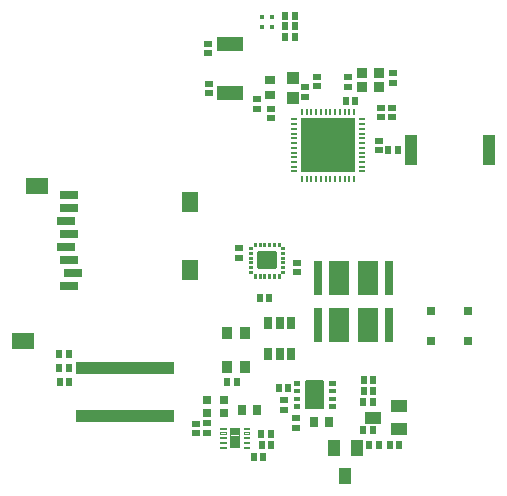
<source format=gtp>
G75*
%MOIN*%
%OFA0B0*%
%FSLAX25Y25*%
%IPPOS*%
%LPD*%
%AMOC8*
5,1,8,0,0,1.08239X$1,22.5*
%
%ADD10R,0.06693X0.11811*%
%ADD11R,0.03150X0.11811*%
%ADD12R,0.02717X0.03898*%
%ADD13R,0.02756X0.01969*%
%ADD14R,0.03543X0.02756*%
%ADD15R,0.01969X0.02756*%
%ADD16R,0.01969X0.00787*%
%ADD17R,0.00787X0.01969*%
%ADD18R,0.18110X0.18110*%
%ADD19R,0.02756X0.03543*%
%ADD20R,0.03150X0.03150*%
%ADD21C,0.00394*%
%ADD22C,0.00354*%
%ADD23C,0.00630*%
%ADD24C,0.00118*%
%ADD25R,0.03543X0.03937*%
%ADD26R,0.04000X0.10000*%
%ADD27R,0.05512X0.03937*%
%ADD28R,0.03937X0.05512*%
%ADD29R,0.01772X0.01772*%
%ADD30R,0.03740X0.03346*%
%ADD31R,0.04331X0.03937*%
%ADD32R,0.02600X0.02500*%
%ADD33C,0.00157*%
%ADD34C,0.01213*%
%ADD35R,0.08661X0.05118*%
%ADD36R,0.05906X0.03150*%
%ADD37R,0.07480X0.05512*%
%ADD38R,0.05512X0.07087*%
%ADD39R,0.33071X0.03937*%
D10*
X0123841Y0083974D03*
X0123841Y0068226D03*
X0113959Y0068226D03*
X0113959Y0083974D03*
D11*
X0130731Y0083974D03*
X0130731Y0068226D03*
X0107069Y0068226D03*
X0107069Y0083974D03*
D12*
X0098040Y0069018D03*
X0094300Y0069018D03*
X0090560Y0069018D03*
X0090560Y0058782D03*
X0094300Y0058782D03*
X0098040Y0058782D03*
D13*
X0127500Y0129775D03*
X0127500Y0126625D03*
X0128200Y0140675D03*
X0128200Y0137525D03*
X0131800Y0140675D03*
X0131800Y0137525D03*
X0132200Y0149125D03*
X0132200Y0152275D03*
X0117100Y0150875D03*
X0117100Y0147725D03*
X0102900Y0147575D03*
X0102900Y0144425D03*
X0091500Y0140475D03*
X0091500Y0137325D03*
X0086722Y0140437D03*
X0086722Y0143587D03*
X0099900Y0034125D03*
X0099900Y0037275D03*
X0080700Y0090825D03*
X0080700Y0093975D03*
X0100000Y0089175D03*
X0100000Y0086025D03*
X0095800Y0040125D03*
X0095800Y0043275D03*
X0070000Y0035575D03*
X0070000Y0032425D03*
X0066300Y0035475D03*
X0066300Y0032325D03*
X0106600Y0151075D03*
X0106600Y0147925D03*
X0070400Y0158925D03*
X0070400Y0162075D03*
X0070900Y0148675D03*
X0070900Y0145525D03*
D14*
X0091200Y0150159D03*
X0091200Y0145041D03*
D15*
X0116325Y0142900D03*
X0119475Y0142900D03*
X0088775Y0024400D03*
X0085625Y0024400D03*
X0094025Y0047300D03*
X0097175Y0047300D03*
X0079975Y0049300D03*
X0076825Y0049300D03*
X0125467Y0050115D03*
X0122318Y0050115D03*
X0087625Y0077400D03*
X0090775Y0077400D03*
X0125475Y0046500D03*
X0122325Y0046500D03*
X0130925Y0028200D03*
X0134075Y0028200D03*
X0124225Y0028200D03*
X0127375Y0028200D03*
X0125375Y0033200D03*
X0122225Y0033200D03*
X0125375Y0042600D03*
X0122225Y0042600D03*
X0091475Y0028200D03*
X0088325Y0028200D03*
X0091375Y0031900D03*
X0088225Y0031900D03*
X0099275Y0171400D03*
X0096125Y0171400D03*
X0099275Y0164500D03*
X0096125Y0164500D03*
X0099275Y0167900D03*
X0096125Y0167900D03*
X0130525Y0126600D03*
X0133675Y0126600D03*
X0020825Y0054100D03*
X0023975Y0054100D03*
X0023975Y0058800D03*
X0020825Y0058800D03*
X0024075Y0049500D03*
X0020925Y0049500D03*
D16*
X0099180Y0136861D03*
X0099180Y0135287D03*
X0099180Y0133712D03*
X0099180Y0132137D03*
X0099180Y0130562D03*
X0099180Y0128987D03*
X0099180Y0127413D03*
X0099180Y0125838D03*
X0099180Y0124263D03*
X0099180Y0122688D03*
X0099180Y0121113D03*
X0099180Y0119539D03*
X0121620Y0119539D03*
X0121620Y0121113D03*
X0121620Y0122688D03*
X0121620Y0124263D03*
X0121620Y0125838D03*
X0121620Y0127413D03*
X0121620Y0128987D03*
X0121620Y0130562D03*
X0121620Y0132137D03*
X0121620Y0133712D03*
X0121620Y0135287D03*
X0121620Y0136861D03*
D17*
X0101739Y0116980D03*
X0103313Y0116980D03*
X0104888Y0116980D03*
X0106463Y0116980D03*
X0108038Y0116980D03*
X0109613Y0116980D03*
X0111187Y0116980D03*
X0112762Y0116980D03*
X0114337Y0116980D03*
X0115912Y0116980D03*
X0117487Y0116980D03*
X0119061Y0116980D03*
X0119061Y0139420D03*
X0117487Y0139420D03*
X0115912Y0139420D03*
X0114337Y0139420D03*
X0112762Y0139420D03*
X0111187Y0139420D03*
X0109613Y0139420D03*
X0108038Y0139420D03*
X0106463Y0139420D03*
X0104888Y0139420D03*
X0103313Y0139420D03*
X0101739Y0139420D03*
D18*
X0110400Y0128200D03*
D19*
X0081641Y0040100D03*
X0086759Y0040100D03*
X0105741Y0036100D03*
X0110859Y0036100D03*
D20*
X0069947Y0039100D03*
X0075853Y0039100D03*
X0069947Y0043500D03*
X0075853Y0043500D03*
D21*
X0076347Y0033754D02*
X0074379Y0033754D01*
X0074379Y0034146D01*
X0076347Y0034146D01*
X0076347Y0033754D01*
X0076347Y0032179D02*
X0074379Y0032179D01*
X0074379Y0032571D01*
X0076347Y0032571D01*
X0076347Y0032179D01*
X0076347Y0030604D02*
X0074379Y0030604D01*
X0074379Y0030996D01*
X0076347Y0030996D01*
X0076347Y0030604D01*
X0076347Y0029029D02*
X0074379Y0029029D01*
X0074379Y0029421D01*
X0076347Y0029421D01*
X0076347Y0029029D01*
X0076347Y0027454D02*
X0074379Y0027454D01*
X0074379Y0027846D01*
X0076347Y0027846D01*
X0076347Y0027454D01*
X0084221Y0027454D02*
X0082253Y0027454D01*
X0082253Y0027846D01*
X0084221Y0027846D01*
X0084221Y0027454D01*
X0084221Y0029029D02*
X0082253Y0029029D01*
X0082253Y0029421D01*
X0084221Y0029421D01*
X0084221Y0029029D01*
X0084221Y0030604D02*
X0082253Y0030604D01*
X0082253Y0030996D01*
X0084221Y0030996D01*
X0084221Y0030604D01*
X0084221Y0032179D02*
X0082253Y0032179D01*
X0082253Y0032571D01*
X0084221Y0032571D01*
X0084221Y0032179D01*
X0084221Y0033754D02*
X0082253Y0033754D01*
X0082253Y0034146D01*
X0084221Y0034146D01*
X0084221Y0033754D01*
D22*
X0080894Y0033969D02*
X0080894Y0027631D01*
X0077706Y0027631D01*
X0077706Y0033969D01*
X0080894Y0033969D01*
X0080894Y0027984D02*
X0077706Y0027984D01*
X0077706Y0028337D02*
X0080894Y0028337D01*
X0080894Y0028690D02*
X0077706Y0028690D01*
X0077706Y0029043D02*
X0080894Y0029043D01*
X0080894Y0029396D02*
X0077706Y0029396D01*
X0077706Y0029749D02*
X0080894Y0029749D01*
X0080894Y0030102D02*
X0077706Y0030102D01*
X0077706Y0030455D02*
X0080894Y0030455D01*
X0080894Y0030808D02*
X0077706Y0030808D01*
X0077706Y0031161D02*
X0080894Y0031161D01*
X0080894Y0031514D02*
X0077706Y0031514D01*
X0077706Y0031867D02*
X0080894Y0031867D01*
X0080894Y0032220D02*
X0077706Y0032220D01*
X0077706Y0032573D02*
X0080894Y0032573D01*
X0080894Y0032926D02*
X0077706Y0032926D01*
X0077706Y0033279D02*
X0080894Y0033279D01*
X0080894Y0033632D02*
X0077706Y0033632D01*
D23*
X0102966Y0049609D02*
X0108634Y0049609D01*
X0108634Y0040791D01*
X0102966Y0040791D01*
X0102966Y0049609D01*
X0102966Y0041420D02*
X0108634Y0041420D01*
X0108634Y0042049D02*
X0102966Y0042049D01*
X0102966Y0042678D02*
X0108634Y0042678D01*
X0108634Y0043307D02*
X0102966Y0043307D01*
X0102966Y0043936D02*
X0108634Y0043936D01*
X0108634Y0044565D02*
X0102966Y0044565D01*
X0102966Y0045194D02*
X0108634Y0045194D01*
X0108634Y0045823D02*
X0102966Y0045823D01*
X0102966Y0046452D02*
X0108634Y0046452D01*
X0108634Y0047081D02*
X0102966Y0047081D01*
X0102966Y0047710D02*
X0108634Y0047710D01*
X0108634Y0048339D02*
X0102966Y0048339D01*
X0102966Y0048968D02*
X0108634Y0048968D01*
X0108634Y0049597D02*
X0102966Y0049597D01*
D24*
X0110781Y0041892D02*
X0112631Y0041892D01*
X0112631Y0040830D01*
X0110781Y0040830D01*
X0110781Y0041892D01*
X0110781Y0040947D02*
X0112631Y0040947D01*
X0112631Y0041064D02*
X0110781Y0041064D01*
X0110781Y0041181D02*
X0112631Y0041181D01*
X0112631Y0041298D02*
X0110781Y0041298D01*
X0110781Y0041415D02*
X0112631Y0041415D01*
X0112631Y0041532D02*
X0110781Y0041532D01*
X0110781Y0041649D02*
X0112631Y0041649D01*
X0112631Y0041766D02*
X0110781Y0041766D01*
X0110781Y0041883D02*
X0112631Y0041883D01*
X0110781Y0044451D02*
X0112631Y0044451D01*
X0112631Y0043389D01*
X0110781Y0043389D01*
X0110781Y0044451D01*
X0110781Y0043506D02*
X0112631Y0043506D01*
X0112631Y0043623D02*
X0110781Y0043623D01*
X0110781Y0043740D02*
X0112631Y0043740D01*
X0112631Y0043857D02*
X0110781Y0043857D01*
X0110781Y0043974D02*
X0112631Y0043974D01*
X0112631Y0044091D02*
X0110781Y0044091D01*
X0110781Y0044208D02*
X0112631Y0044208D01*
X0112631Y0044325D02*
X0110781Y0044325D01*
X0110781Y0044442D02*
X0112631Y0044442D01*
X0110781Y0047011D02*
X0112631Y0047011D01*
X0112631Y0045949D01*
X0110781Y0045949D01*
X0110781Y0047011D01*
X0110781Y0046066D02*
X0112631Y0046066D01*
X0112631Y0046183D02*
X0110781Y0046183D01*
X0110781Y0046300D02*
X0112631Y0046300D01*
X0112631Y0046417D02*
X0110781Y0046417D01*
X0110781Y0046534D02*
X0112631Y0046534D01*
X0112631Y0046651D02*
X0110781Y0046651D01*
X0110781Y0046768D02*
X0112631Y0046768D01*
X0112631Y0046885D02*
X0110781Y0046885D01*
X0110781Y0047002D02*
X0112631Y0047002D01*
X0110781Y0049570D02*
X0112631Y0049570D01*
X0112631Y0048508D01*
X0110781Y0048508D01*
X0110781Y0049570D01*
X0110781Y0048625D02*
X0112631Y0048625D01*
X0112631Y0048742D02*
X0110781Y0048742D01*
X0110781Y0048859D02*
X0112631Y0048859D01*
X0112631Y0048976D02*
X0110781Y0048976D01*
X0110781Y0049093D02*
X0112631Y0049093D01*
X0112631Y0049210D02*
X0110781Y0049210D01*
X0110781Y0049327D02*
X0112631Y0049327D01*
X0112631Y0049444D02*
X0110781Y0049444D01*
X0110781Y0049561D02*
X0112631Y0049561D01*
X0098969Y0049570D02*
X0100819Y0049570D01*
X0100819Y0048508D01*
X0098969Y0048508D01*
X0098969Y0049570D01*
X0098969Y0048625D02*
X0100819Y0048625D01*
X0100819Y0048742D02*
X0098969Y0048742D01*
X0098969Y0048859D02*
X0100819Y0048859D01*
X0100819Y0048976D02*
X0098969Y0048976D01*
X0098969Y0049093D02*
X0100819Y0049093D01*
X0100819Y0049210D02*
X0098969Y0049210D01*
X0098969Y0049327D02*
X0100819Y0049327D01*
X0100819Y0049444D02*
X0098969Y0049444D01*
X0098969Y0049561D02*
X0100819Y0049561D01*
X0098969Y0047011D02*
X0100819Y0047011D01*
X0100819Y0045949D01*
X0098969Y0045949D01*
X0098969Y0047011D01*
X0098969Y0046066D02*
X0100819Y0046066D01*
X0100819Y0046183D02*
X0098969Y0046183D01*
X0098969Y0046300D02*
X0100819Y0046300D01*
X0100819Y0046417D02*
X0098969Y0046417D01*
X0098969Y0046534D02*
X0100819Y0046534D01*
X0100819Y0046651D02*
X0098969Y0046651D01*
X0098969Y0046768D02*
X0100819Y0046768D01*
X0100819Y0046885D02*
X0098969Y0046885D01*
X0098969Y0047002D02*
X0100819Y0047002D01*
X0098969Y0044451D02*
X0100819Y0044451D01*
X0100819Y0043389D01*
X0098969Y0043389D01*
X0098969Y0044451D01*
X0098969Y0043506D02*
X0100819Y0043506D01*
X0100819Y0043623D02*
X0098969Y0043623D01*
X0098969Y0043740D02*
X0100819Y0043740D01*
X0100819Y0043857D02*
X0098969Y0043857D01*
X0098969Y0043974D02*
X0100819Y0043974D01*
X0100819Y0044091D02*
X0098969Y0044091D01*
X0098969Y0044208D02*
X0100819Y0044208D01*
X0100819Y0044325D02*
X0098969Y0044325D01*
X0098969Y0044442D02*
X0100819Y0044442D01*
X0098969Y0041892D02*
X0100819Y0041892D01*
X0100819Y0040830D01*
X0098969Y0040830D01*
X0098969Y0041892D01*
X0098969Y0040947D02*
X0100819Y0040947D01*
X0100819Y0041064D02*
X0098969Y0041064D01*
X0098969Y0041181D02*
X0100819Y0041181D01*
X0100819Y0041298D02*
X0098969Y0041298D01*
X0098969Y0041415D02*
X0100819Y0041415D01*
X0100819Y0041532D02*
X0098969Y0041532D01*
X0098969Y0041649D02*
X0100819Y0041649D01*
X0100819Y0041766D02*
X0098969Y0041766D01*
X0098969Y0041883D02*
X0100819Y0041883D01*
D25*
X0082653Y0065609D03*
X0076747Y0065609D03*
X0076747Y0054191D03*
X0082653Y0054191D03*
D26*
X0138000Y0126600D03*
X0164000Y0126600D03*
D27*
X0125360Y0037484D03*
X0134022Y0041224D03*
X0134022Y0033744D03*
D28*
X0116220Y0018052D03*
X0112480Y0027501D03*
X0119960Y0027501D03*
D29*
X0088327Y0171173D03*
X0091673Y0171173D03*
X0091673Y0167827D03*
X0088327Y0167827D03*
D30*
X0121646Y0147736D03*
X0127354Y0147736D03*
X0127354Y0152264D03*
X0121646Y0152264D03*
D31*
X0098700Y0143954D03*
X0098700Y0150646D03*
D32*
X0144800Y0073040D03*
X0157000Y0073040D03*
X0144800Y0062960D03*
X0157000Y0062960D03*
D33*
X0085197Y0094252D02*
X0085197Y0093622D01*
X0084173Y0093622D01*
X0084173Y0094252D01*
X0085197Y0094252D01*
X0085197Y0093778D02*
X0084173Y0093778D01*
X0084173Y0093934D02*
X0085197Y0093934D01*
X0085197Y0094090D02*
X0084173Y0094090D01*
X0084173Y0094246D02*
X0085197Y0094246D01*
X0085197Y0092677D02*
X0085197Y0092047D01*
X0084173Y0092047D01*
X0084173Y0092677D01*
X0085197Y0092677D01*
X0085197Y0092203D02*
X0084173Y0092203D01*
X0084173Y0092359D02*
X0085197Y0092359D01*
X0085197Y0092515D02*
X0084173Y0092515D01*
X0084173Y0092671D02*
X0085197Y0092671D01*
X0085197Y0091102D02*
X0085197Y0090472D01*
X0084173Y0090472D01*
X0084173Y0091102D01*
X0085197Y0091102D01*
X0085197Y0090628D02*
X0084173Y0090628D01*
X0084173Y0090784D02*
X0085197Y0090784D01*
X0085197Y0090940D02*
X0084173Y0090940D01*
X0084173Y0091096D02*
X0085197Y0091096D01*
X0085197Y0089528D02*
X0085197Y0088898D01*
X0084173Y0088898D01*
X0084173Y0089528D01*
X0085197Y0089528D01*
X0085197Y0089054D02*
X0084173Y0089054D01*
X0084173Y0089210D02*
X0085197Y0089210D01*
X0085197Y0089366D02*
X0084173Y0089366D01*
X0084173Y0089522D02*
X0085197Y0089522D01*
X0085197Y0087953D02*
X0085197Y0087323D01*
X0084173Y0087323D01*
X0084173Y0087953D01*
X0085197Y0087953D01*
X0085197Y0087479D02*
X0084173Y0087479D01*
X0084173Y0087635D02*
X0085197Y0087635D01*
X0085197Y0087791D02*
X0084173Y0087791D01*
X0084173Y0087947D02*
X0085197Y0087947D01*
X0085197Y0086378D02*
X0085197Y0085748D01*
X0084173Y0085748D01*
X0084173Y0086378D01*
X0085197Y0086378D01*
X0085197Y0085904D02*
X0084173Y0085904D01*
X0084173Y0086060D02*
X0085197Y0086060D01*
X0085197Y0086216D02*
X0084173Y0086216D01*
X0084173Y0086372D02*
X0085197Y0086372D01*
X0086378Y0084173D02*
X0085748Y0084173D01*
X0085748Y0085197D01*
X0086378Y0085197D01*
X0086378Y0084173D01*
X0086378Y0084329D02*
X0085748Y0084329D01*
X0085748Y0084485D02*
X0086378Y0084485D01*
X0086378Y0084641D02*
X0085748Y0084641D01*
X0085748Y0084797D02*
X0086378Y0084797D01*
X0086378Y0084953D02*
X0085748Y0084953D01*
X0085748Y0085109D02*
X0086378Y0085109D01*
X0087953Y0084173D02*
X0087323Y0084173D01*
X0087323Y0085197D01*
X0087953Y0085197D01*
X0087953Y0084173D01*
X0087953Y0084329D02*
X0087323Y0084329D01*
X0087323Y0084485D02*
X0087953Y0084485D01*
X0087953Y0084641D02*
X0087323Y0084641D01*
X0087323Y0084797D02*
X0087953Y0084797D01*
X0087953Y0084953D02*
X0087323Y0084953D01*
X0087323Y0085109D02*
X0087953Y0085109D01*
X0089528Y0084173D02*
X0088898Y0084173D01*
X0088898Y0085197D01*
X0089528Y0085197D01*
X0089528Y0084173D01*
X0089528Y0084329D02*
X0088898Y0084329D01*
X0088898Y0084485D02*
X0089528Y0084485D01*
X0089528Y0084641D02*
X0088898Y0084641D01*
X0088898Y0084797D02*
X0089528Y0084797D01*
X0089528Y0084953D02*
X0088898Y0084953D01*
X0088898Y0085109D02*
X0089528Y0085109D01*
X0091102Y0084173D02*
X0090472Y0084173D01*
X0090472Y0085197D01*
X0091102Y0085197D01*
X0091102Y0084173D01*
X0091102Y0084329D02*
X0090472Y0084329D01*
X0090472Y0084485D02*
X0091102Y0084485D01*
X0091102Y0084641D02*
X0090472Y0084641D01*
X0090472Y0084797D02*
X0091102Y0084797D01*
X0091102Y0084953D02*
X0090472Y0084953D01*
X0090472Y0085109D02*
X0091102Y0085109D01*
X0092677Y0084173D02*
X0092047Y0084173D01*
X0092047Y0085197D01*
X0092677Y0085197D01*
X0092677Y0084173D01*
X0092677Y0084329D02*
X0092047Y0084329D01*
X0092047Y0084485D02*
X0092677Y0084485D01*
X0092677Y0084641D02*
X0092047Y0084641D01*
X0092047Y0084797D02*
X0092677Y0084797D01*
X0092677Y0084953D02*
X0092047Y0084953D01*
X0092047Y0085109D02*
X0092677Y0085109D01*
X0094252Y0084173D02*
X0093622Y0084173D01*
X0093622Y0085197D01*
X0094252Y0085197D01*
X0094252Y0084173D01*
X0094252Y0084329D02*
X0093622Y0084329D01*
X0093622Y0084485D02*
X0094252Y0084485D01*
X0094252Y0084641D02*
X0093622Y0084641D01*
X0093622Y0084797D02*
X0094252Y0084797D01*
X0094252Y0084953D02*
X0093622Y0084953D01*
X0093622Y0085109D02*
X0094252Y0085109D01*
X0095827Y0086378D02*
X0095827Y0085748D01*
X0094803Y0085748D01*
X0094803Y0086378D01*
X0095827Y0086378D01*
X0095827Y0085904D02*
X0094803Y0085904D01*
X0094803Y0086060D02*
X0095827Y0086060D01*
X0095827Y0086216D02*
X0094803Y0086216D01*
X0094803Y0086372D02*
X0095827Y0086372D01*
X0095827Y0087953D02*
X0095827Y0087323D01*
X0094803Y0087323D01*
X0094803Y0087953D01*
X0095827Y0087953D01*
X0095827Y0087479D02*
X0094803Y0087479D01*
X0094803Y0087635D02*
X0095827Y0087635D01*
X0095827Y0087791D02*
X0094803Y0087791D01*
X0094803Y0087947D02*
X0095827Y0087947D01*
X0095827Y0089528D02*
X0095827Y0088898D01*
X0094803Y0088898D01*
X0094803Y0089528D01*
X0095827Y0089528D01*
X0095827Y0089054D02*
X0094803Y0089054D01*
X0094803Y0089210D02*
X0095827Y0089210D01*
X0095827Y0089366D02*
X0094803Y0089366D01*
X0094803Y0089522D02*
X0095827Y0089522D01*
X0095827Y0091102D02*
X0095827Y0090472D01*
X0094803Y0090472D01*
X0094803Y0091102D01*
X0095827Y0091102D01*
X0095827Y0090628D02*
X0094803Y0090628D01*
X0094803Y0090784D02*
X0095827Y0090784D01*
X0095827Y0090940D02*
X0094803Y0090940D01*
X0094803Y0091096D02*
X0095827Y0091096D01*
X0095827Y0092677D02*
X0095827Y0092047D01*
X0094803Y0092047D01*
X0094803Y0092677D01*
X0095827Y0092677D01*
X0095827Y0092203D02*
X0094803Y0092203D01*
X0094803Y0092359D02*
X0095827Y0092359D01*
X0095827Y0092515D02*
X0094803Y0092515D01*
X0094803Y0092671D02*
X0095827Y0092671D01*
X0095827Y0094252D02*
X0095827Y0093622D01*
X0094803Y0093622D01*
X0094803Y0094252D01*
X0095827Y0094252D01*
X0095827Y0093778D02*
X0094803Y0093778D01*
X0094803Y0093934D02*
X0095827Y0093934D01*
X0095827Y0094090D02*
X0094803Y0094090D01*
X0094803Y0094246D02*
X0095827Y0094246D01*
X0093622Y0095827D02*
X0094252Y0095827D01*
X0094252Y0094803D01*
X0093622Y0094803D01*
X0093622Y0095827D01*
X0093622Y0094959D02*
X0094252Y0094959D01*
X0094252Y0095115D02*
X0093622Y0095115D01*
X0093622Y0095271D02*
X0094252Y0095271D01*
X0094252Y0095427D02*
X0093622Y0095427D01*
X0093622Y0095583D02*
X0094252Y0095583D01*
X0094252Y0095739D02*
X0093622Y0095739D01*
X0092677Y0094803D02*
X0092047Y0094803D01*
X0092047Y0095827D01*
X0092677Y0095827D01*
X0092677Y0094803D01*
X0092677Y0094959D02*
X0092047Y0094959D01*
X0092047Y0095115D02*
X0092677Y0095115D01*
X0092677Y0095271D02*
X0092047Y0095271D01*
X0092047Y0095427D02*
X0092677Y0095427D01*
X0092677Y0095583D02*
X0092047Y0095583D01*
X0092047Y0095739D02*
X0092677Y0095739D01*
X0091102Y0094803D02*
X0090472Y0094803D01*
X0090472Y0095827D01*
X0091102Y0095827D01*
X0091102Y0094803D01*
X0091102Y0094959D02*
X0090472Y0094959D01*
X0090472Y0095115D02*
X0091102Y0095115D01*
X0091102Y0095271D02*
X0090472Y0095271D01*
X0090472Y0095427D02*
X0091102Y0095427D01*
X0091102Y0095583D02*
X0090472Y0095583D01*
X0090472Y0095739D02*
X0091102Y0095739D01*
X0089528Y0094803D02*
X0088898Y0094803D01*
X0088898Y0095827D01*
X0089528Y0095827D01*
X0089528Y0094803D01*
X0089528Y0094959D02*
X0088898Y0094959D01*
X0088898Y0095115D02*
X0089528Y0095115D01*
X0089528Y0095271D02*
X0088898Y0095271D01*
X0088898Y0095427D02*
X0089528Y0095427D01*
X0089528Y0095583D02*
X0088898Y0095583D01*
X0088898Y0095739D02*
X0089528Y0095739D01*
X0087953Y0094803D02*
X0087323Y0094803D01*
X0087323Y0095827D01*
X0087953Y0095827D01*
X0087953Y0094803D01*
X0087953Y0094959D02*
X0087323Y0094959D01*
X0087323Y0095115D02*
X0087953Y0095115D01*
X0087953Y0095271D02*
X0087323Y0095271D01*
X0087323Y0095427D02*
X0087953Y0095427D01*
X0087953Y0095583D02*
X0087323Y0095583D01*
X0087323Y0095739D02*
X0087953Y0095739D01*
X0086378Y0094803D02*
X0085748Y0094803D01*
X0085748Y0095827D01*
X0086378Y0095827D01*
X0086378Y0094803D01*
X0086378Y0094959D02*
X0085748Y0094959D01*
X0085748Y0095115D02*
X0086378Y0095115D01*
X0086378Y0095271D02*
X0085748Y0095271D01*
X0085748Y0095427D02*
X0086378Y0095427D01*
X0086378Y0095583D02*
X0085748Y0095583D01*
X0085748Y0095739D02*
X0086378Y0095739D01*
D34*
X0092740Y0092425D02*
X0092740Y0087575D01*
X0087260Y0087575D01*
X0087260Y0092425D01*
X0092740Y0092425D01*
X0092740Y0088787D02*
X0087260Y0088787D01*
X0087260Y0089999D02*
X0092740Y0089999D01*
X0092740Y0091211D02*
X0087260Y0091211D01*
X0087260Y0092423D02*
X0092740Y0092423D01*
D35*
X0077900Y0162068D03*
X0077900Y0145532D03*
D36*
X0023993Y0111654D03*
X0023993Y0107323D03*
X0023206Y0102992D03*
X0023993Y0098661D03*
X0023206Y0094331D03*
X0023993Y0090000D03*
X0025568Y0085669D03*
X0023993Y0081339D03*
D37*
X0013363Y0114803D03*
X0008835Y0063031D03*
D38*
X0064544Y0109291D03*
X0064544Y0086850D03*
D39*
X0042800Y0038088D03*
X0042839Y0054112D03*
M02*

</source>
